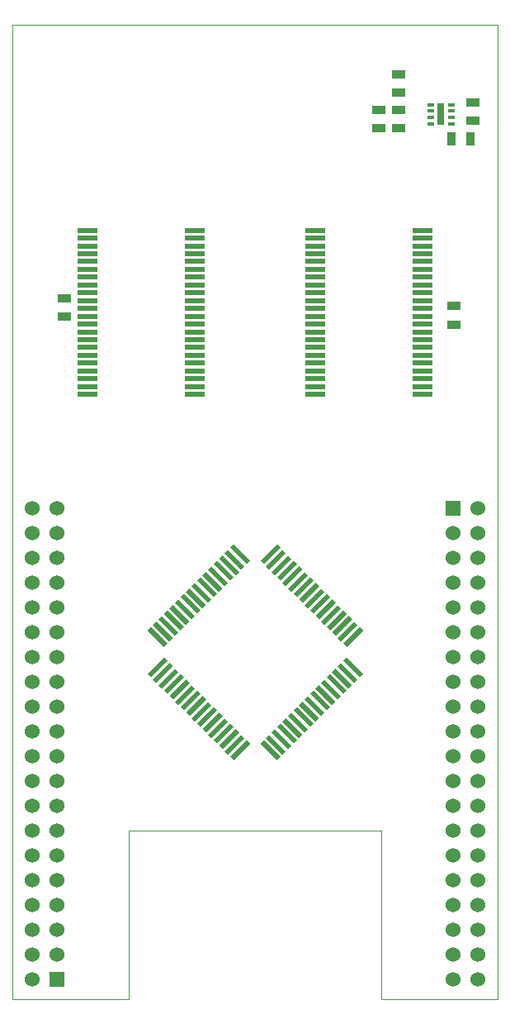
<source format=gts>
G04 (created by PCBNEW (25-Oct-2014 BZR 4029)-stable) date Fri 12 Jun 2015 01:26:50 JST*
%MOIN*%
G04 Gerber Fmt 3.4, Leading zero omitted, Abs format*
%FSLAX34Y34*%
G01*
G70*
G90*
G04 APERTURE LIST*
%ADD10C,0.00590551*%
%ADD11C,0.00393701*%
%ADD12R,0.06X0.06*%
%ADD13C,0.06*%
%ADD14R,0.055X0.035*%
%ADD15R,0.035X0.055*%
%ADD16R,0.0314961X0.011811*%
%ADD17R,0.0314961X0.0885827*%
%ADD18R,0.0787402X0.019685*%
G04 APERTURE END LIST*
G54D10*
G54D11*
X30600Y-11700D02*
X50200Y-11700D01*
X30600Y-51000D02*
X35300Y-51000D01*
X45500Y-51000D02*
X50200Y-51000D01*
X35300Y-44200D02*
X45500Y-44200D01*
X35300Y-44200D02*
X35300Y-51000D01*
X45500Y-44200D02*
X45500Y-51000D01*
X30600Y-51000D02*
X30600Y-11700D01*
X50200Y-51000D02*
X50200Y-11700D01*
G54D12*
X48400Y-31200D03*
G54D13*
X49400Y-31200D03*
X48400Y-36200D03*
X49400Y-32200D03*
X48400Y-37200D03*
X49400Y-33200D03*
X48400Y-38200D03*
X49400Y-34200D03*
X48400Y-39200D03*
X49400Y-35200D03*
X48400Y-40200D03*
X49400Y-36200D03*
X48400Y-41200D03*
X49400Y-37200D03*
X48400Y-42200D03*
X49400Y-38200D03*
X48400Y-43200D03*
X49400Y-39200D03*
X48400Y-44200D03*
X49400Y-40200D03*
X48400Y-45200D03*
X49400Y-41200D03*
X48400Y-46200D03*
X49400Y-42200D03*
X49400Y-43200D03*
X48400Y-47200D03*
X49400Y-44200D03*
X49400Y-46200D03*
X49400Y-47200D03*
X49400Y-48200D03*
X49400Y-49200D03*
X48400Y-48200D03*
X48400Y-49200D03*
X48400Y-32200D03*
X48400Y-33200D03*
X48400Y-34200D03*
X48400Y-35200D03*
X48400Y-50200D03*
X49400Y-50200D03*
X49400Y-45200D03*
G54D12*
X32400Y-50200D03*
G54D13*
X31400Y-50200D03*
X32400Y-45200D03*
X31400Y-49200D03*
X32400Y-44200D03*
X31400Y-48200D03*
X32400Y-43200D03*
X31400Y-47200D03*
X32400Y-42200D03*
X31400Y-46200D03*
X32400Y-41200D03*
X31400Y-45200D03*
X32400Y-40200D03*
X31400Y-44200D03*
X32400Y-39200D03*
X31400Y-43200D03*
X32400Y-38200D03*
X31400Y-42200D03*
X32400Y-37200D03*
X31400Y-41200D03*
X32400Y-36200D03*
X31400Y-40200D03*
X32400Y-35200D03*
X31400Y-39200D03*
X31400Y-38200D03*
X32400Y-34200D03*
X31400Y-37200D03*
X31400Y-35200D03*
X31400Y-34200D03*
X31400Y-33200D03*
X31400Y-32200D03*
X32400Y-33200D03*
X32400Y-32200D03*
X32400Y-49200D03*
X32400Y-48200D03*
X32400Y-47200D03*
X32400Y-46200D03*
X32400Y-31200D03*
X31400Y-31200D03*
X31400Y-36200D03*
G54D10*
G36*
X36182Y-38016D02*
X36043Y-37876D01*
X36711Y-37208D01*
X36850Y-37347D01*
X36182Y-38016D01*
X36182Y-38016D01*
G37*
G36*
X36405Y-38238D02*
X36265Y-38099D01*
X36934Y-37431D01*
X37073Y-37570D01*
X36405Y-38238D01*
X36405Y-38238D01*
G37*
G36*
X36627Y-38461D02*
X36488Y-38322D01*
X37156Y-37654D01*
X37295Y-37793D01*
X36627Y-38461D01*
X36627Y-38461D01*
G37*
G36*
X36850Y-38684D02*
X36711Y-38545D01*
X37379Y-37876D01*
X37518Y-38016D01*
X36850Y-38684D01*
X36850Y-38684D01*
G37*
G36*
X37073Y-38906D02*
X36934Y-38767D01*
X37602Y-38099D01*
X37741Y-38238D01*
X37073Y-38906D01*
X37073Y-38906D01*
G37*
G36*
X37295Y-39129D02*
X37156Y-38990D01*
X37824Y-38322D01*
X37964Y-38461D01*
X37295Y-39129D01*
X37295Y-39129D01*
G37*
G36*
X37518Y-39352D02*
X37379Y-39213D01*
X38047Y-38545D01*
X38186Y-38684D01*
X37518Y-39352D01*
X37518Y-39352D01*
G37*
G36*
X37741Y-39575D02*
X37602Y-39435D01*
X38270Y-38767D01*
X38409Y-38906D01*
X37741Y-39575D01*
X37741Y-39575D01*
G37*
G36*
X37964Y-39797D02*
X37824Y-39658D01*
X38493Y-38990D01*
X38632Y-39129D01*
X37964Y-39797D01*
X37964Y-39797D01*
G37*
G36*
X38186Y-40020D02*
X38047Y-39881D01*
X38715Y-39213D01*
X38854Y-39352D01*
X38186Y-40020D01*
X38186Y-40020D01*
G37*
G36*
X38409Y-40243D02*
X38270Y-40104D01*
X38938Y-39435D01*
X39077Y-39575D01*
X38409Y-40243D01*
X38409Y-40243D01*
G37*
G36*
X38632Y-40465D02*
X38493Y-40326D01*
X39161Y-39658D01*
X39300Y-39797D01*
X38632Y-40465D01*
X38632Y-40465D01*
G37*
G36*
X38854Y-40688D02*
X38715Y-40549D01*
X39383Y-39881D01*
X39523Y-40020D01*
X38854Y-40688D01*
X38854Y-40688D01*
G37*
G36*
X39077Y-40911D02*
X38938Y-40772D01*
X39606Y-40104D01*
X39745Y-40243D01*
X39077Y-40911D01*
X39077Y-40911D01*
G37*
G36*
X39300Y-41134D02*
X39161Y-40994D01*
X39829Y-40326D01*
X39968Y-40465D01*
X39300Y-41134D01*
X39300Y-41134D01*
G37*
G36*
X39523Y-41356D02*
X39383Y-41217D01*
X40052Y-40549D01*
X40191Y-40688D01*
X39523Y-41356D01*
X39523Y-41356D01*
G37*
G36*
X41276Y-41356D02*
X40608Y-40688D01*
X40747Y-40549D01*
X41416Y-41217D01*
X41276Y-41356D01*
X41276Y-41356D01*
G37*
G36*
X41499Y-41134D02*
X40831Y-40465D01*
X40970Y-40326D01*
X41638Y-40994D01*
X41499Y-41134D01*
X41499Y-41134D01*
G37*
G36*
X41722Y-40911D02*
X41054Y-40243D01*
X41193Y-40104D01*
X41861Y-40772D01*
X41722Y-40911D01*
X41722Y-40911D01*
G37*
G36*
X41945Y-40688D02*
X41276Y-40020D01*
X41416Y-39881D01*
X42084Y-40549D01*
X41945Y-40688D01*
X41945Y-40688D01*
G37*
G36*
X42167Y-40465D02*
X41499Y-39797D01*
X41638Y-39658D01*
X42306Y-40326D01*
X42167Y-40465D01*
X42167Y-40465D01*
G37*
G36*
X42390Y-40243D02*
X41722Y-39575D01*
X41861Y-39435D01*
X42529Y-40104D01*
X42390Y-40243D01*
X42390Y-40243D01*
G37*
G36*
X42613Y-40020D02*
X41945Y-39352D01*
X42084Y-39213D01*
X42752Y-39881D01*
X42613Y-40020D01*
X42613Y-40020D01*
G37*
G36*
X42835Y-39797D02*
X42167Y-39129D01*
X42306Y-38990D01*
X42975Y-39658D01*
X42835Y-39797D01*
X42835Y-39797D01*
G37*
G36*
X43058Y-39575D02*
X42390Y-38906D01*
X42529Y-38767D01*
X43197Y-39435D01*
X43058Y-39575D01*
X43058Y-39575D01*
G37*
G36*
X43281Y-39352D02*
X42613Y-38684D01*
X42752Y-38545D01*
X43420Y-39213D01*
X43281Y-39352D01*
X43281Y-39352D01*
G37*
G36*
X43504Y-39129D02*
X42835Y-38461D01*
X42975Y-38322D01*
X43643Y-38990D01*
X43504Y-39129D01*
X43504Y-39129D01*
G37*
G36*
X43726Y-38906D02*
X43058Y-38238D01*
X43197Y-38099D01*
X43865Y-38767D01*
X43726Y-38906D01*
X43726Y-38906D01*
G37*
G36*
X43949Y-38684D02*
X43281Y-38016D01*
X43420Y-37876D01*
X44088Y-38545D01*
X43949Y-38684D01*
X43949Y-38684D01*
G37*
G36*
X44172Y-38461D02*
X43504Y-37793D01*
X43643Y-37654D01*
X44311Y-38322D01*
X44172Y-38461D01*
X44172Y-38461D01*
G37*
G36*
X44394Y-38238D02*
X43726Y-37570D01*
X43865Y-37431D01*
X44534Y-38099D01*
X44394Y-38238D01*
X44394Y-38238D01*
G37*
G36*
X44617Y-38016D02*
X43949Y-37347D01*
X44088Y-37208D01*
X44756Y-37876D01*
X44617Y-38016D01*
X44617Y-38016D01*
G37*
G36*
X44088Y-36791D02*
X43949Y-36652D01*
X44617Y-35983D01*
X44756Y-36123D01*
X44088Y-36791D01*
X44088Y-36791D01*
G37*
G36*
X43865Y-36568D02*
X43726Y-36429D01*
X44394Y-35761D01*
X44534Y-35900D01*
X43865Y-36568D01*
X43865Y-36568D01*
G37*
G36*
X43643Y-36345D02*
X43504Y-36206D01*
X44172Y-35538D01*
X44311Y-35677D01*
X43643Y-36345D01*
X43643Y-36345D01*
G37*
G36*
X43420Y-36123D02*
X43281Y-35983D01*
X43949Y-35315D01*
X44088Y-35454D01*
X43420Y-36123D01*
X43420Y-36123D01*
G37*
G36*
X43197Y-35900D02*
X43058Y-35761D01*
X43726Y-35093D01*
X43865Y-35232D01*
X43197Y-35900D01*
X43197Y-35900D01*
G37*
G36*
X42975Y-35677D02*
X42835Y-35538D01*
X43504Y-34870D01*
X43643Y-35009D01*
X42975Y-35677D01*
X42975Y-35677D01*
G37*
G36*
X42752Y-35454D02*
X42613Y-35315D01*
X43281Y-34647D01*
X43420Y-34786D01*
X42752Y-35454D01*
X42752Y-35454D01*
G37*
G36*
X42529Y-35232D02*
X42390Y-35093D01*
X43058Y-34424D01*
X43197Y-34564D01*
X42529Y-35232D01*
X42529Y-35232D01*
G37*
G36*
X42306Y-35009D02*
X42167Y-34870D01*
X42835Y-34202D01*
X42975Y-34341D01*
X42306Y-35009D01*
X42306Y-35009D01*
G37*
G36*
X42084Y-34786D02*
X41945Y-34647D01*
X42613Y-33979D01*
X42752Y-34118D01*
X42084Y-34786D01*
X42084Y-34786D01*
G37*
G36*
X41861Y-34564D02*
X41722Y-34424D01*
X42390Y-33756D01*
X42529Y-33895D01*
X41861Y-34564D01*
X41861Y-34564D01*
G37*
G36*
X41638Y-34341D02*
X41499Y-34202D01*
X42167Y-33534D01*
X42306Y-33673D01*
X41638Y-34341D01*
X41638Y-34341D01*
G37*
G36*
X41416Y-34118D02*
X41276Y-33979D01*
X41945Y-33311D01*
X42084Y-33450D01*
X41416Y-34118D01*
X41416Y-34118D01*
G37*
G36*
X41193Y-33895D02*
X41054Y-33756D01*
X41722Y-33088D01*
X41861Y-33227D01*
X41193Y-33895D01*
X41193Y-33895D01*
G37*
G36*
X40970Y-33673D02*
X40831Y-33534D01*
X41499Y-32865D01*
X41638Y-33005D01*
X40970Y-33673D01*
X40970Y-33673D01*
G37*
G36*
X40747Y-33450D02*
X40608Y-33311D01*
X41276Y-32643D01*
X41416Y-32782D01*
X40747Y-33450D01*
X40747Y-33450D01*
G37*
G36*
X40052Y-33450D02*
X39383Y-32782D01*
X39523Y-32643D01*
X40191Y-33311D01*
X40052Y-33450D01*
X40052Y-33450D01*
G37*
G36*
X39829Y-33673D02*
X39161Y-33005D01*
X39300Y-32865D01*
X39968Y-33534D01*
X39829Y-33673D01*
X39829Y-33673D01*
G37*
G36*
X39606Y-33895D02*
X38938Y-33227D01*
X39077Y-33088D01*
X39745Y-33756D01*
X39606Y-33895D01*
X39606Y-33895D01*
G37*
G36*
X39383Y-34118D02*
X38715Y-33450D01*
X38854Y-33311D01*
X39523Y-33979D01*
X39383Y-34118D01*
X39383Y-34118D01*
G37*
G36*
X39161Y-34341D02*
X38493Y-33673D01*
X38632Y-33534D01*
X39300Y-34202D01*
X39161Y-34341D01*
X39161Y-34341D01*
G37*
G36*
X38938Y-34564D02*
X38270Y-33895D01*
X38409Y-33756D01*
X39077Y-34424D01*
X38938Y-34564D01*
X38938Y-34564D01*
G37*
G36*
X38715Y-34786D02*
X38047Y-34118D01*
X38186Y-33979D01*
X38854Y-34647D01*
X38715Y-34786D01*
X38715Y-34786D01*
G37*
G36*
X38493Y-35009D02*
X37824Y-34341D01*
X37964Y-34202D01*
X38632Y-34870D01*
X38493Y-35009D01*
X38493Y-35009D01*
G37*
G36*
X38270Y-35232D02*
X37602Y-34564D01*
X37741Y-34424D01*
X38409Y-35093D01*
X38270Y-35232D01*
X38270Y-35232D01*
G37*
G36*
X38047Y-35454D02*
X37379Y-34786D01*
X37518Y-34647D01*
X38186Y-35315D01*
X38047Y-35454D01*
X38047Y-35454D01*
G37*
G36*
X37824Y-35677D02*
X37156Y-35009D01*
X37295Y-34870D01*
X37964Y-35538D01*
X37824Y-35677D01*
X37824Y-35677D01*
G37*
G36*
X37602Y-35900D02*
X36934Y-35232D01*
X37073Y-35093D01*
X37741Y-35761D01*
X37602Y-35900D01*
X37602Y-35900D01*
G37*
G36*
X37379Y-36123D02*
X36711Y-35454D01*
X36850Y-35315D01*
X37518Y-35983D01*
X37379Y-36123D01*
X37379Y-36123D01*
G37*
G36*
X37156Y-36345D02*
X36488Y-35677D01*
X36627Y-35538D01*
X37295Y-36206D01*
X37156Y-36345D01*
X37156Y-36345D01*
G37*
G36*
X36934Y-36568D02*
X36265Y-35900D01*
X36405Y-35761D01*
X37073Y-36429D01*
X36934Y-36568D01*
X36934Y-36568D01*
G37*
G36*
X36711Y-36791D02*
X36043Y-36123D01*
X36182Y-35983D01*
X36850Y-36652D01*
X36711Y-36791D01*
X36711Y-36791D01*
G37*
G54D14*
X32677Y-22735D03*
X32677Y-23485D03*
X48425Y-23800D03*
X48425Y-23050D03*
X46200Y-13699D03*
X46200Y-14449D03*
X45400Y-15125D03*
X45400Y-15875D03*
X46200Y-15125D03*
X46200Y-15875D03*
G54D15*
X48325Y-16300D03*
X49075Y-16300D03*
G54D16*
X47486Y-14925D03*
X47486Y-15181D03*
X47486Y-15437D03*
X47486Y-15693D03*
X48313Y-15693D03*
X48313Y-15437D03*
X48313Y-15181D03*
X48313Y-14925D03*
G54D17*
X47900Y-15300D03*
G54D14*
X49200Y-14825D03*
X49200Y-15575D03*
G54D18*
X47165Y-26607D03*
X47165Y-26292D03*
X47165Y-25977D03*
X47165Y-25662D03*
X47165Y-25347D03*
X47165Y-25032D03*
X47165Y-24717D03*
X47165Y-24402D03*
X47165Y-24087D03*
X47165Y-23772D03*
X47165Y-23457D03*
X47165Y-23142D03*
X47165Y-22827D03*
X47165Y-22512D03*
X47165Y-22197D03*
X47165Y-21882D03*
X47165Y-21567D03*
X47165Y-21252D03*
X47165Y-20937D03*
X47165Y-20622D03*
X47165Y-20307D03*
X47165Y-19992D03*
X42834Y-19992D03*
X42834Y-20307D03*
X42834Y-20622D03*
X42834Y-20937D03*
X42834Y-21252D03*
X42834Y-21567D03*
X42834Y-21882D03*
X42834Y-22197D03*
X42834Y-22512D03*
X42834Y-22827D03*
X42834Y-23142D03*
X42834Y-23457D03*
X42834Y-23772D03*
X42834Y-24087D03*
X42834Y-24402D03*
X42834Y-24717D03*
X42834Y-25032D03*
X42834Y-25347D03*
X42834Y-25662D03*
X42834Y-25977D03*
X42834Y-26292D03*
X42834Y-26607D03*
X37965Y-26607D03*
X37965Y-26292D03*
X37965Y-25977D03*
X37965Y-25662D03*
X37965Y-25347D03*
X37965Y-25032D03*
X37965Y-24717D03*
X37965Y-24402D03*
X37965Y-24087D03*
X37965Y-23772D03*
X37965Y-23457D03*
X37965Y-23142D03*
X37965Y-22827D03*
X37965Y-22512D03*
X37965Y-22197D03*
X37965Y-21882D03*
X37965Y-21567D03*
X37965Y-21252D03*
X37965Y-20937D03*
X37965Y-20622D03*
X37965Y-20307D03*
X37965Y-19992D03*
X33634Y-19992D03*
X33634Y-20307D03*
X33634Y-20622D03*
X33634Y-20937D03*
X33634Y-21252D03*
X33634Y-21567D03*
X33634Y-21882D03*
X33634Y-22197D03*
X33634Y-22512D03*
X33634Y-22827D03*
X33634Y-23142D03*
X33634Y-23457D03*
X33634Y-23772D03*
X33634Y-24087D03*
X33634Y-24402D03*
X33634Y-24717D03*
X33634Y-25032D03*
X33634Y-25347D03*
X33634Y-25662D03*
X33634Y-25977D03*
X33634Y-26292D03*
X33634Y-26607D03*
M02*

</source>
